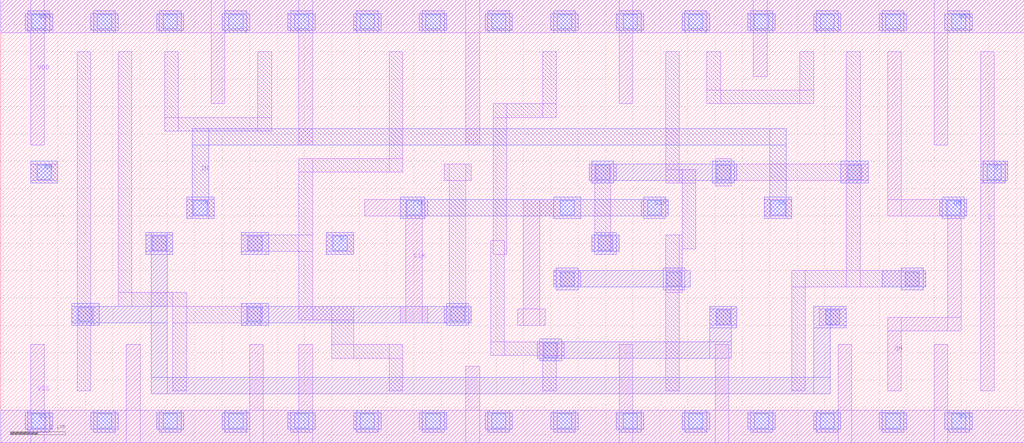
<source format=lef>
VERSION 5.7 ;
BUSBITCHARS "[]" ;
DIVIDERCHAR "/" ;

MACRO gf180mcu_osu_sc_12T_dffsr_1
  CLASS CORE ;
  ORIGIN 4.05 0.15 ;
  FOREIGN gf180mcu_osu_sc_12T_dffsr_1 -4.05 -0.15 ;
  SIZE 18.7 BY 8.1 ;
  SYMMETRY X Y ;
  SITE 12T ;
  PIN CLK
    DIRECTION INPUT ;
    USE CLOCK ;
    PORT
      LAYER MET1 ;
        RECT 7.65 4 8.15 4.3 ;
        RECT 5.5 4 6.55 4.3 ;
        RECT 5.4 2 5.9 2.3 ;
        RECT 5.5 2 5.8 4.3 ;
        RECT 2.6 4 3.75 4.3 ;
        RECT 3.25 2.05 3.75 2.35 ;
        RECT 3.35 2.05 3.65 4.3 ;
      LAYER MET2 ;
        RECT 3.25 4 8.15 4.3 ;
        RECT 7.7 3.95 8.1 4.35 ;
        RECT 6.05 3.95 6.55 4.35 ;
        RECT 3.25 3.95 3.7 4.35 ;
      LAYER VIA12 ;
        RECT 3.37 4.02 3.63 4.28 ;
        RECT 6.17 4.02 6.43 4.28 ;
        RECT 7.77 4.02 8.03 4.28 ;
    END
  END CLK
  PIN D
    DIRECTION INPUT ;
    USE SIGNAL ;
    PORT
      LAYER MET1 ;
        RECT 1.9 3.35 2.4 3.65 ;
      LAYER MET2 ;
        RECT 1.9 3.3 2.4 3.7 ;
      LAYER VIA12 ;
        RECT 2.02 3.37 2.28 3.63 ;
    END
  END D
  PIN Q
    DIRECTION OUTPUT ;
    USE SIGNAL ;
    PORT
      LAYER MET1 ;
        RECT 13.85 4.65 14.35 5 ;
        RECT 13.85 4.6 14.3 5 ;
        RECT 13.85 0.8 14.1 7 ;
      LAYER MET2 ;
        RECT 13.85 4.65 14.35 4.95 ;
        RECT 13.9 4.6 14.3 5 ;
      LAYER VIA12 ;
        RECT 13.97 4.67 14.23 4.93 ;
    END
  END Q
  PIN QN
    DIRECTION OUTPUT ;
    USE SIGNAL ;
    PORT
      LAYER MET1 ;
        RECT 12.15 4 13.6 4.3 ;
        RECT 13.25 1.9 13.5 4.3 ;
        RECT 12.15 1.9 13.5 2.15 ;
        RECT 12.15 4 12.4 7 ;
        RECT 12.15 0.8 12.4 2.15 ;
      LAYER MET2 ;
        RECT 13.1 4 13.6 4.3 ;
        RECT 13.15 3.95 13.55 4.35 ;
      LAYER VIA12 ;
        RECT 13.22 4.02 13.48 4.28 ;
    END
  END QN
  PIN RN
    DIRECTION INPUT ;
    USE SIGNAL ;
    PORT
      LAYER MET1 ;
        RECT -3.5 4.65 -3 4.95 ;
      LAYER MET2 ;
        RECT -3.5 4.6 -3 5 ;
      LAYER VIA12 ;
        RECT -3.38 4.67 -3.12 4.93 ;
    END
  END RN
  PIN SN
    DIRECTION OUTPUT ;
    USE SIGNAL ;
    PORT
      LAYER MET1 ;
        RECT 9.9 4 10.4 4.3 ;
        RECT -0.65 4 -0.15 4.3 ;
      LAYER MET2 ;
        RECT 9.9 3.95 10.4 4.35 ;
        RECT -0.55 5.3 10.3 5.6 ;
        RECT 10 3.95 10.3 5.6 ;
        RECT -0.65 3.95 -0.15 4.35 ;
        RECT -0.55 3.95 -0.25 5.6 ;
      LAYER VIA12 ;
        RECT -0.53 4.02 -0.27 4.28 ;
        RECT 10.02 4.02 10.28 4.28 ;
    END
  END SN
  PIN VDD
    DIRECTION INOUT ;
    USE POWER ;
    SHAPE ABUTMENT ;
    PORT
      LAYER MET1 ;
        RECT -4.05 7.35 14.65 7.95 ;
        RECT 13 5.3 13.25 7.95 ;
        RECT 9.7 6.55 9.95 7.95 ;
        RECT 7.25 6.05 7.5 7.95 ;
        RECT 4.45 5.3 4.7 7.95 ;
        RECT 1.4 5.3 1.65 7.95 ;
        RECT -0.2 6.05 0.05 7.95 ;
        RECT -3.5 5.3 -3.25 7.95 ;
      LAYER MET2 ;
        RECT 13.2 7.4 13.7 7.7 ;
        RECT 13.25 7.35 13.65 7.75 ;
        RECT 12 7.4 12.5 7.7 ;
        RECT 12.05 7.35 12.45 7.75 ;
        RECT 10.8 7.4 11.3 7.7 ;
        RECT 10.85 7.35 11.25 7.75 ;
        RECT 9.6 7.4 10.1 7.7 ;
        RECT 9.65 7.35 10.05 7.75 ;
        RECT 8.4 7.4 8.9 7.7 ;
        RECT 8.45 7.35 8.85 7.75 ;
        RECT 7.2 7.4 7.7 7.7 ;
        RECT 7.25 7.35 7.65 7.75 ;
        RECT 6 7.4 6.5 7.7 ;
        RECT 6.05 7.35 6.45 7.75 ;
        RECT 4.8 7.4 5.3 7.7 ;
        RECT 4.85 7.35 5.25 7.75 ;
        RECT 3.6 7.4 4.1 7.7 ;
        RECT 3.65 7.35 4.05 7.75 ;
        RECT 2.4 7.4 2.9 7.7 ;
        RECT 2.45 7.35 2.85 7.75 ;
        RECT 1.2 7.4 1.7 7.7 ;
        RECT 1.25 7.35 1.65 7.75 ;
        RECT 0 7.4 0.5 7.7 ;
        RECT 0.05 7.35 0.45 7.75 ;
        RECT -1.2 7.4 -0.7 7.7 ;
        RECT -1.15 7.35 -0.75 7.75 ;
        RECT -2.4 7.4 -1.9 7.7 ;
        RECT -2.35 7.35 -1.95 7.75 ;
        RECT -3.6 7.4 -3.1 7.7 ;
        RECT -3.55 7.35 -3.15 7.75 ;
      LAYER VIA12 ;
        RECT -3.48 7.42 -3.22 7.68 ;
        RECT -2.28 7.42 -2.02 7.68 ;
        RECT -1.08 7.42 -0.82 7.68 ;
        RECT 0.12 7.42 0.38 7.68 ;
        RECT 1.32 7.42 1.58 7.68 ;
        RECT 2.52 7.42 2.78 7.68 ;
        RECT 3.72 7.42 3.98 7.68 ;
        RECT 4.92 7.42 5.18 7.68 ;
        RECT 6.12 7.42 6.38 7.68 ;
        RECT 7.32 7.42 7.58 7.68 ;
        RECT 8.52 7.42 8.78 7.68 ;
        RECT 9.72 7.42 9.98 7.68 ;
        RECT 10.92 7.42 11.18 7.68 ;
        RECT 12.12 7.42 12.38 7.68 ;
        RECT 13.32 7.42 13.58 7.68 ;
    END
  END VDD
  PIN VSS
    DIRECTION INOUT ;
    USE GROUND ;
    PORT
      LAYER MET1 ;
        RECT -4.05 -0.15 14.65 0.45 ;
        RECT 13 -0.15 13.25 1.65 ;
        RECT 11.25 -0.15 11.5 1.65 ;
        RECT 9 -0.15 9.25 1.65 ;
        RECT 7.25 -0.15 7.5 1.65 ;
        RECT 4.45 -0.15 4.7 1.25 ;
        RECT 1.4 -0.15 1.65 1.65 ;
        RECT 0.5 -0.15 0.75 1.65 ;
        RECT -1.75 -0.15 -1.5 1.65 ;
        RECT -3.5 -0.15 -3.25 1.65 ;
      LAYER MET2 ;
        RECT 13.2 0.1 13.7 0.4 ;
        RECT 13.25 0.05 13.65 0.45 ;
        RECT 12 0.1 12.5 0.4 ;
        RECT 12.05 0.05 12.45 0.45 ;
        RECT 10.8 0.1 11.3 0.4 ;
        RECT 10.85 0.05 11.25 0.45 ;
        RECT 9.6 0.1 10.1 0.4 ;
        RECT 9.65 0.05 10.05 0.45 ;
        RECT 8.4 0.1 8.9 0.4 ;
        RECT 8.45 0.05 8.85 0.45 ;
        RECT 7.2 0.1 7.7 0.4 ;
        RECT 7.25 0.05 7.65 0.45 ;
        RECT 6 0.1 6.5 0.4 ;
        RECT 6.05 0.05 6.45 0.45 ;
        RECT 4.8 0.1 5.3 0.4 ;
        RECT 4.85 0.05 5.25 0.45 ;
        RECT 3.6 0.1 4.1 0.4 ;
        RECT 3.65 0.05 4.05 0.45 ;
        RECT 2.4 0.1 2.9 0.4 ;
        RECT 2.45 0.05 2.85 0.45 ;
        RECT 1.2 0.1 1.7 0.4 ;
        RECT 1.25 0.05 1.65 0.45 ;
        RECT 0 0.1 0.5 0.4 ;
        RECT 0.05 0.05 0.45 0.45 ;
        RECT -1.2 0.1 -0.7 0.4 ;
        RECT -1.15 0.05 -0.75 0.45 ;
        RECT -2.4 0.1 -1.9 0.4 ;
        RECT -2.35 0.05 -1.95 0.45 ;
        RECT -3.6 0.1 -3.1 0.4 ;
        RECT -3.55 0.05 -3.15 0.45 ;
      LAYER VIA12 ;
        RECT -3.48 0.12 -3.22 0.38 ;
        RECT -2.28 0.12 -2.02 0.38 ;
        RECT -1.08 0.12 -0.82 0.38 ;
        RECT 0.12 0.12 0.38 0.38 ;
        RECT 1.32 0.12 1.58 0.38 ;
        RECT 2.52 0.12 2.78 0.38 ;
        RECT 3.72 0.12 3.98 0.38 ;
        RECT 4.92 0.12 5.18 0.38 ;
        RECT 6.12 0.12 6.38 0.38 ;
        RECT 7.32 0.12 7.58 0.38 ;
        RECT 8.52 0.12 8.78 0.38 ;
        RECT 9.72 0.12 9.98 0.38 ;
        RECT 10.92 0.12 11.18 0.38 ;
        RECT 12.12 0.12 12.38 0.38 ;
        RECT 13.32 0.12 13.58 0.38 ;
    END
  END VSS
  OBS
    LAYER MET2 ;
      RECT 12.4 2.65 12.8 3.05 ;
      RECT 12.05 2.7 12.85 3 ;
      RECT -1.4 3.3 -0.9 3.7 ;
      RECT -1.3 0.75 -1 3.7 ;
      RECT -2.75 2 -2.25 2.4 ;
      RECT 10.8 1.95 11.4 2.35 ;
      RECT -2.75 2.05 -1 2.35 ;
      RECT 10.8 0.75 11.1 2.35 ;
      RECT -1.3 0.75 11.1 1.05 ;
      RECT 8.9 1.95 9.4 2.35 ;
      RECT 8.9 1.4 9.3 2.35 ;
      RECT 5.8 1.35 6.2 1.75 ;
      RECT 5.75 1.4 9.3 1.7 ;
      RECT 8.95 4.6 9.35 5 ;
      RECT 6.75 4.6 7.15 5 ;
      RECT 6.7 4.65 9.4 4.95 ;
      RECT 8.05 2.65 8.45 3.05 ;
      RECT 6.1 2.65 6.5 3.05 ;
      RECT 6.05 2.7 8.55 3 ;
      RECT 6.8 3.3 7.2 3.7 ;
      RECT 6.75 3.35 7.25 3.65 ;
      RECT 4.1 2 4.5 2.4 ;
      RECT 0.35 2 0.85 2.4 ;
      RECT 0.35 2.05 4.55 2.35 ;
      RECT 11.3 4.6 11.8 5 ;
      RECT 0.35 3.3 0.85 3.7 ;
    LAYER VIA12 ;
      RECT 12.47 2.72 12.73 2.98 ;
      RECT 11.42 4.67 11.68 4.93 ;
      RECT 11.02 2.02 11.28 2.28 ;
      RECT 9.02 2.02 9.28 2.28 ;
      RECT 9.02 4.67 9.28 4.93 ;
      RECT 8.12 2.72 8.38 2.98 ;
      RECT 6.87 3.37 7.13 3.63 ;
      RECT 6.82 4.67 7.08 4.93 ;
      RECT 6.17 2.72 6.43 2.98 ;
      RECT 5.87 1.42 6.13 1.68 ;
      RECT 4.17 2.07 4.43 2.33 ;
      RECT 0.47 2.07 0.73 2.33 ;
      RECT 0.47 3.37 0.73 3.63 ;
      RECT -1.28 3.37 -1.02 3.63 ;
      RECT -2.63 2.07 -2.37 2.33 ;
    LAYER MET1 ;
      RECT 11.4 2.7 11.65 7 ;
      RECT 9 4.55 9.3 5.05 ;
      RECT 9 4.65 11.8 4.95 ;
      RECT 10.4 2.7 12.85 3 ;
      RECT 10.4 0.8 10.65 3 ;
      RECT 10.55 6.05 10.8 7 ;
      RECT 8.85 6.05 9.1 7 ;
      RECT 8.85 6.05 10.8 6.3 ;
      RECT 8.1 4.6 8.35 7 ;
      RECT 8.1 4.6 8.65 4.85 ;
      RECT 8.4 3.4 8.65 4.85 ;
      RECT 8.1 2.6 8.4 3.65 ;
      RECT 8.1 0.8 8.35 3.65 ;
      RECT 6.7 4.65 7.2 4.95 ;
      RECT 6.8 3.35 7.1 4.95 ;
      RECT 6.75 3.35 7.25 3.65 ;
      RECT 5.85 5.8 6.1 7 ;
      RECT 4.95 5.8 6.1 6.05 ;
      RECT 4.95 3.3 5.2 6.05 ;
      RECT 4.9 1.45 5.15 3.55 ;
      RECT 4.9 1.45 6.25 1.7 ;
      RECT 5.85 1.4 6.25 1.7 ;
      RECT 5.85 0.8 6.1 1.7 ;
      RECT 4.05 4.65 4.55 4.95 ;
      RECT 4.15 2.05 4.45 4.95 ;
      RECT 4.05 2.05 4.55 2.35 ;
      RECT 3.05 4.8 3.3 7 ;
      RECT 1.4 4.8 3.3 5.05 ;
      RECT 1.4 2.1 1.65 5.05 ;
      RECT 0.35 3.35 1.65 3.65 ;
      RECT 1.4 2.1 2.4 2.35 ;
      RECT 2 1.4 2.4 2.35 ;
      RECT 2 1.4 3.3 1.65 ;
      RECT 3.05 0.8 3.3 1.65 ;
      RECT 0.65 5.55 0.9 7 ;
      RECT -1.05 5.55 -0.8 7 ;
      RECT -1.05 5.55 0.9 5.8 ;
      RECT -1.9 2.35 -1.65 7 ;
      RECT -1.9 2.35 -0.65 2.6 ;
      RECT -0.9 0.8 -0.65 2.6 ;
      RECT 0.45 2 0.7 2.4 ;
      RECT -0.9 2.05 0.85 2.35 ;
      RECT -2.65 0.8 -2.4 7 ;
      RECT -2.75 2.05 -2.25 2.35 ;
      RECT -2.65 2 -2.35 2.35 ;
      RECT 10.9 2 11.4 2.3 ;
      RECT 8.9 2 9.4 2.3 ;
      RECT 6.05 2.7 6.55 3 ;
      RECT -1.4 3.35 -0.9 3.65 ;
  END
END gf180mcu_osu_sc_12T_dffsr_1

</source>
